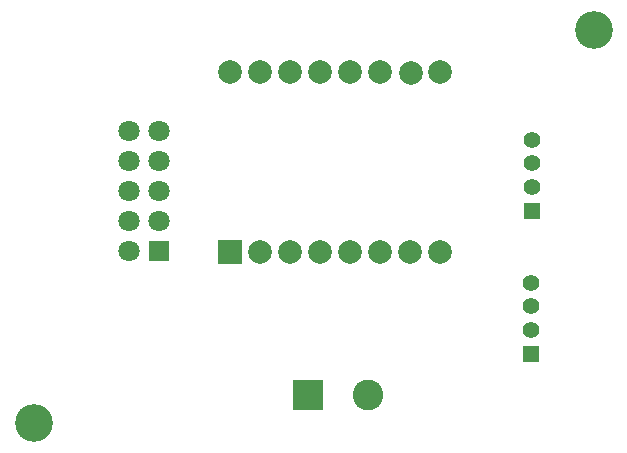
<source format=gbs>
G04*
G04 #@! TF.GenerationSoftware,Altium Limited,Altium Designer,20.1.8 (145)*
G04*
G04 Layer_Color=16711935*
%FSLAX25Y25*%
%MOIN*%
G70*
G04*
G04 #@! TF.SameCoordinates,FEA716E4-3BEB-41DC-B402-B05547F70C4C*
G04*
G04*
G04 #@! TF.FilePolarity,Negative*
G04*
G01*
G75*
%ADD22R,0.07887X0.07887*%
%ADD23C,0.07887*%
%ADD24C,0.10249*%
%ADD25R,0.10249X0.10249*%
%ADD26C,0.07099*%
%ADD27R,0.07099X0.07099*%
%ADD28C,0.05556*%
%ADD29R,0.05556X0.05556*%
%ADD30C,0.12611*%
D22*
X77280Y68811D02*
D03*
D23*
X87280D02*
D03*
X97280D02*
D03*
X117280D02*
D03*
X127280D02*
D03*
X137280D02*
D03*
X147280D02*
D03*
X77280Y128811D02*
D03*
X87280D02*
D03*
X97280D02*
D03*
X107280D02*
D03*
X117280D02*
D03*
X127280D02*
D03*
X137476Y128732D02*
D03*
X147280Y128811D02*
D03*
X107161Y68890D02*
D03*
D24*
X123264Y21260D02*
D03*
D25*
X103264D02*
D03*
D26*
X53563Y109370D02*
D03*
Y99370D02*
D03*
X43563Y109370D02*
D03*
Y99370D02*
D03*
X53563Y89370D02*
D03*
X43563D02*
D03*
Y79370D02*
D03*
X53563D02*
D03*
X43563Y69370D02*
D03*
D27*
X53563D02*
D03*
D28*
X177953Y106299D02*
D03*
Y98425D02*
D03*
Y90551D02*
D03*
X177559Y58661D02*
D03*
Y50787D02*
D03*
Y42913D02*
D03*
D29*
X177953Y82677D02*
D03*
X177559Y35039D02*
D03*
D30*
X11811Y11811D02*
D03*
X198425Y142913D02*
D03*
M02*

</source>
